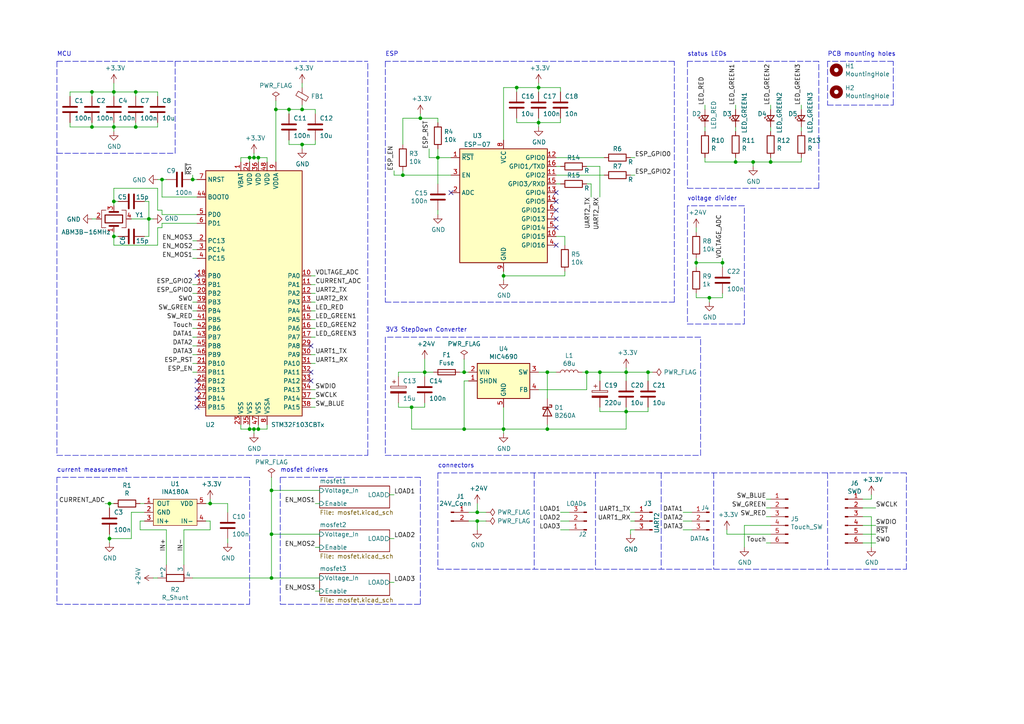
<source format=kicad_sch>
(kicad_sch (version 20211123) (generator eeschema)
  (paper "A4")
  (junction (at 60.96 146.05))
  (junction (at 156.21 25.4))
  (junction (at 55.88 52.07))
  (junction (at 173.99 107.95))
  (junction (at 138.43 151.13))
  (junction (at 73.66 45.72))
  (junction (at 218.44 46.99))
  (junction (at 74.93 124.46))
  (junction (at 138.43 148.59))
  (junction (at 46.99 52.07))
  (junction (at 33.02 26.67))
  (junction (at 78.74 167.64))
  (junction (at 74.93 45.72))
  (junction (at 116.84 50.8))
  (junction (at 80.01 31.75))
  (junction (at 123.19 107.95))
  (junction (at 72.39 45.72))
  (junction (at 181.61 119.38))
  (junction (at 170.18 107.95))
  (junction (at 158.75 124.46))
  (junction (at 26.67 26.67))
  (junction (at 39.37 36.83))
  (junction (at 201.93 76.2))
  (junction (at 119.38 118.11))
  (junction (at 156.21 35.56))
  (junction (at 209.55 76.2))
  (junction (at 213.36 46.99))
  (junction (at 43.18 63.5))
  (junction (at 26.67 36.83))
  (junction (at 223.52 46.99))
  (junction (at 121.92 34.29))
  (junction (at 73.66 124.46))
  (junction (at 146.05 80.01))
  (junction (at 39.37 26.67))
  (junction (at 134.62 107.95))
  (junction (at 78.74 154.94))
  (junction (at 205.74 86.36))
  (junction (at 87.63 41.91))
  (junction (at 149.86 25.4))
  (junction (at 33.02 68.58))
  (junction (at 158.75 107.95))
  (junction (at 83.82 31.75))
  (junction (at 87.63 31.75))
  (junction (at 127 45.72))
  (junction (at 33.02 36.83))
  (junction (at 181.61 107.95))
  (junction (at 187.96 107.95))
  (junction (at 146.05 124.46))
  (junction (at 72.39 124.46))
  (junction (at 31.75 146.05))
  (junction (at 78.74 142.24))
  (junction (at 134.62 124.46))
  (junction (at 33.02 58.42))
  (junction (at 31.75 156.21))
  (no_connect (at 161.29 63.5))
  (no_connect (at 57.15 115.57))
  (no_connect (at 57.15 80.01))
  (no_connect (at 90.17 107.95))
  (no_connect (at 90.17 100.33))
  (no_connect (at 161.29 58.42))
  (no_connect (at 57.15 110.49))
  (no_connect (at 130.81 55.88))
  (no_connect (at 57.15 118.11))
  (no_connect (at 57.15 113.03))
  (no_connect (at 161.29 71.12))
  (no_connect (at 90.17 110.49))
  (no_connect (at 161.29 55.88))
  (no_connect (at 161.29 60.96))
  (no_connect (at 161.29 66.04))
  (wire (pts (xy 171.45 53.34) (xy 170.18 53.34)))
  (wire (pts (xy 146.05 25.4) (xy 146.05 40.64)))
  (wire (pts (xy 114.3 49.53) (xy 114.3 50.8)))
  (wire (pts (xy 33.02 54.61) (xy 45.72 54.61)))
  (wire (pts (xy 78.74 167.64) (xy 92.71 167.64)))
  (wire (pts (xy 38.1 63.5) (xy 43.18 63.5)))
  (wire (pts (xy 57.15 105.41) (xy 55.88 105.41)))
  (wire (pts (xy 182.88 45.72) (xy 184.15 45.72)))
  (wire (pts (xy 90.17 95.25) (xy 91.44 95.25)))
  (wire (pts (xy 223.52 45.72) (xy 223.52 46.99)))
  (wire (pts (xy 135.89 110.49) (xy 134.62 110.49)))
  (wire (pts (xy 40.64 151.13) (xy 41.91 151.13)))
  (wire (pts (xy 149.86 25.4) (xy 156.21 25.4)))
  (wire (pts (xy 26.67 35.56) (xy 26.67 36.83)))
  (wire (pts (xy 55.88 85.09) (xy 57.15 85.09)))
  (wire (pts (xy 162.56 53.34) (xy 161.29 53.34)))
  (wire (pts (xy 73.66 124.46) (xy 74.93 124.46)))
  (wire (pts (xy 213.36 31.75) (xy 213.36 30.48)))
  (wire (pts (xy 91.44 33.02) (xy 91.44 31.75)))
  (wire (pts (xy 181.61 107.95) (xy 181.61 106.68)))
  (wire (pts (xy 149.86 26.67) (xy 149.86 25.4)))
  (wire (pts (xy 223.52 31.75) (xy 223.52 30.48)))
  (wire (pts (xy 162.56 148.59) (xy 165.1 148.59)))
  (wire (pts (xy 66.04 146.05) (xy 66.04 148.59)))
  (wire (pts (xy 45.72 36.83) (xy 45.72 35.56)))
  (polyline (pts (xy 111.76 17.78) (xy 111.76 87.63)))
  (wire (pts (xy 222.25 149.86) (xy 223.52 149.86)))
  (wire (pts (xy 60.96 146.05) (xy 59.69 146.05)))
  (wire (pts (xy 162.56 35.56) (xy 156.21 35.56)))
  (polyline (pts (xy 191.77 137.16) (xy 191.77 165.1)))
  (wire (pts (xy 205.74 86.36) (xy 205.74 87.63)))
  (wire (pts (xy 116.84 34.29) (xy 121.92 34.29)))
  (wire (pts (xy 121.92 34.29) (xy 121.92 33.02)))
  (wire (pts (xy 252.73 144.78) (xy 252.73 143.51)))
  (wire (pts (xy 158.75 107.95) (xy 161.29 107.95)))
  (polyline (pts (xy 240.03 30.48) (xy 259.08 30.48)))
  (wire (pts (xy 170.18 48.26) (xy 173.99 48.26)))
  (wire (pts (xy 184.15 148.59) (xy 182.88 148.59)))
  (wire (pts (xy 123.19 109.22) (xy 123.19 107.95)))
  (wire (pts (xy 83.82 40.64) (xy 83.82 41.91)))
  (wire (pts (xy 77.47 45.72) (xy 77.47 46.99)))
  (wire (pts (xy 73.66 44.45) (xy 73.66 45.72)))
  (wire (pts (xy 78.74 167.64) (xy 78.74 154.94)))
  (wire (pts (xy 55.88 50.8) (xy 55.88 52.07)))
  (wire (pts (xy 114.3 143.51) (xy 113.03 143.51)))
  (wire (pts (xy 181.61 119.38) (xy 181.61 118.11)))
  (wire (pts (xy 91.44 146.05) (xy 92.71 146.05)))
  (wire (pts (xy 123.19 118.11) (xy 123.19 116.84)))
  (wire (pts (xy 78.74 138.43) (xy 78.74 142.24)))
  (wire (pts (xy 91.44 92.71) (xy 90.17 92.71)))
  (polyline (pts (xy 199.39 54.61) (xy 237.49 54.61)))
  (wire (pts (xy 74.93 45.72) (xy 74.93 46.99)))
  (wire (pts (xy 170.18 107.95) (xy 173.99 107.95)))
  (wire (pts (xy 158.75 107.95) (xy 156.21 107.95)))
  (wire (pts (xy 45.72 52.07) (xy 46.99 52.07)))
  (polyline (pts (xy 259.08 17.78) (xy 240.03 17.78)))
  (wire (pts (xy 60.96 151.13) (xy 60.96 153.67)))
  (wire (pts (xy 92.71 158.75) (xy 91.44 158.75)))
  (polyline (pts (xy 72.39 138.43) (xy 16.51 138.43)))
  (wire (pts (xy 124.46 45.72) (xy 124.46 43.18)))
  (wire (pts (xy 213.36 36.83) (xy 213.36 38.1)))
  (polyline (pts (xy 262.89 165.1) (xy 262.89 137.16)))
  (polyline (pts (xy 16.51 17.78) (xy 16.51 132.08)))
  (wire (pts (xy 46.99 60.96) (xy 46.99 62.23)))
  (wire (pts (xy 127 35.56) (xy 127 34.29)))
  (polyline (pts (xy 111.76 87.63) (xy 195.58 87.63)))
  (wire (pts (xy 57.15 82.55) (xy 55.88 82.55)))
  (wire (pts (xy 218.44 46.99) (xy 218.44 48.26)))
  (wire (pts (xy 173.99 118.11) (xy 173.99 119.38)))
  (wire (pts (xy 33.02 59.69) (xy 33.02 58.42)))
  (wire (pts (xy 123.19 104.14) (xy 123.19 107.95)))
  (wire (pts (xy 201.93 76.2) (xy 209.55 76.2)))
  (polyline (pts (xy 207.01 137.16) (xy 207.01 165.1)))
  (wire (pts (xy 158.75 124.46) (xy 158.75 123.19)))
  (wire (pts (xy 162.56 34.29) (xy 162.56 35.56)))
  (wire (pts (xy 55.88 52.07) (xy 57.15 52.07)))
  (wire (pts (xy 156.21 26.67) (xy 156.21 25.4)))
  (polyline (pts (xy 154.94 137.16) (xy 154.94 165.1)))
  (wire (pts (xy 252.73 149.86) (xy 250.19 149.86)))
  (wire (pts (xy 184.15 151.13) (xy 182.88 151.13)))
  (polyline (pts (xy 215.9 93.98) (xy 215.9 59.69)))
  (wire (pts (xy 34.29 68.58) (xy 33.02 68.58)))
  (wire (pts (xy 48.26 153.67) (xy 40.64 153.67)))
  (wire (pts (xy 181.61 119.38) (xy 187.96 119.38)))
  (wire (pts (xy 57.15 97.79) (xy 55.88 97.79)))
  (wire (pts (xy 53.34 153.67) (xy 53.34 163.83)))
  (wire (pts (xy 87.63 31.75) (xy 83.82 31.75)))
  (wire (pts (xy 252.73 158.75) (xy 252.73 149.86)))
  (wire (pts (xy 55.88 107.95) (xy 57.15 107.95)))
  (wire (pts (xy 46.99 64.77) (xy 57.15 64.77)))
  (polyline (pts (xy 195.58 87.63) (xy 195.58 17.78)))
  (polyline (pts (xy 16.51 138.43) (xy 16.51 175.26)))
  (wire (pts (xy 45.72 167.64) (xy 44.45 167.64)))
  (wire (pts (xy 184.15 153.67) (xy 182.88 153.67)))
  (wire (pts (xy 39.37 26.67) (xy 45.72 26.67)))
  (wire (pts (xy 173.99 48.26) (xy 173.99 57.15)))
  (wire (pts (xy 232.41 31.75) (xy 232.41 30.48)))
  (wire (pts (xy 27.94 63.5) (xy 26.67 63.5)))
  (wire (pts (xy 149.86 35.56) (xy 149.86 34.29)))
  (wire (pts (xy 175.26 50.8) (xy 161.29 50.8)))
  (wire (pts (xy 55.88 167.64) (xy 78.74 167.64)))
  (polyline (pts (xy 215.9 59.69) (xy 199.39 59.69)))
  (wire (pts (xy 209.55 86.36) (xy 209.55 85.09)))
  (wire (pts (xy 55.88 69.85) (xy 57.15 69.85)))
  (wire (pts (xy 210.82 153.67) (xy 210.82 154.94)))
  (wire (pts (xy 114.3 168.91) (xy 113.03 168.91)))
  (wire (pts (xy 201.93 76.2) (xy 201.93 74.93)))
  (wire (pts (xy 116.84 50.8) (xy 116.84 49.53)))
  (wire (pts (xy 146.05 124.46) (xy 158.75 124.46)))
  (wire (pts (xy 170.18 113.03) (xy 170.18 107.95)))
  (wire (pts (xy 78.74 154.94) (xy 78.74 142.24)))
  (wire (pts (xy 138.43 148.59) (xy 138.43 146.05)))
  (wire (pts (xy 213.36 46.99) (xy 218.44 46.99)))
  (wire (pts (xy 134.62 104.14) (xy 134.62 107.95)))
  (wire (pts (xy 127 53.34) (xy 127 45.72)))
  (wire (pts (xy 162.56 48.26) (xy 161.29 48.26)))
  (wire (pts (xy 41.91 58.42) (xy 43.18 58.42)))
  (wire (pts (xy 74.93 45.72) (xy 77.47 45.72)))
  (wire (pts (xy 91.44 85.09) (xy 90.17 85.09)))
  (polyline (pts (xy 237.49 17.78) (xy 199.39 17.78)))
  (wire (pts (xy 55.88 90.17) (xy 57.15 90.17)))
  (wire (pts (xy 138.43 151.13) (xy 135.89 151.13)))
  (wire (pts (xy 33.02 68.58) (xy 33.02 71.12)))
  (wire (pts (xy 156.21 34.29) (xy 156.21 35.56)))
  (wire (pts (xy 83.82 31.75) (xy 83.82 33.02)))
  (polyline (pts (xy 81.28 175.26) (xy 121.92 175.26)))
  (polyline (pts (xy 127 137.16) (xy 127 165.1)))
  (wire (pts (xy 91.44 87.63) (xy 90.17 87.63)))
  (wire (pts (xy 20.32 26.67) (xy 26.67 26.67)))
  (wire (pts (xy 26.67 27.94) (xy 26.67 26.67)))
  (wire (pts (xy 33.02 146.05) (xy 31.75 146.05)))
  (wire (pts (xy 72.39 123.19) (xy 72.39 124.46)))
  (wire (pts (xy 130.81 50.8) (xy 116.84 50.8)))
  (wire (pts (xy 57.15 92.71) (xy 55.88 92.71)))
  (wire (pts (xy 78.74 142.24) (xy 92.71 142.24)))
  (wire (pts (xy 116.84 34.29) (xy 116.84 41.91)))
  (wire (pts (xy 91.44 41.91) (xy 91.44 40.64)))
  (wire (pts (xy 113.03 156.21) (xy 114.3 156.21)))
  (wire (pts (xy 41.91 148.59) (xy 38.1 148.59)))
  (wire (pts (xy 210.82 154.94) (xy 223.52 154.94)))
  (wire (pts (xy 72.39 45.72) (xy 73.66 45.72)))
  (wire (pts (xy 77.47 124.46) (xy 77.47 123.19)))
  (wire (pts (xy 73.66 124.46) (xy 73.66 125.73)))
  (wire (pts (xy 45.72 60.96) (xy 46.99 60.96)))
  (wire (pts (xy 232.41 46.99) (xy 232.41 45.72)))
  (wire (pts (xy 250.19 144.78) (xy 252.73 144.78)))
  (wire (pts (xy 254 157.48) (xy 250.19 157.48)))
  (polyline (pts (xy 259.08 30.48) (xy 259.08 17.78)))
  (wire (pts (xy 60.96 146.05) (xy 66.04 146.05)))
  (wire (pts (xy 57.15 95.25) (xy 55.88 95.25)))
  (wire (pts (xy 33.02 26.67) (xy 39.37 26.67)))
  (wire (pts (xy 46.99 66.04) (xy 46.99 64.77)))
  (wire (pts (xy 74.93 123.19) (xy 74.93 124.46)))
  (polyline (pts (xy 111.76 132.08) (xy 203.2 132.08)))
  (polyline (pts (xy 199.39 59.69) (xy 199.39 93.98)))
  (wire (pts (xy 223.52 46.99) (xy 232.41 46.99)))
  (wire (pts (xy 168.91 107.95) (xy 170.18 107.95)))
  (polyline (pts (xy 16.51 44.45) (xy 50.8 44.45)))
  (wire (pts (xy 127 60.96) (xy 127 62.23)))
  (wire (pts (xy 204.47 46.99) (xy 213.36 46.99)))
  (wire (pts (xy 163.83 71.12) (xy 163.83 68.58)))
  (wire (pts (xy 91.44 97.79) (xy 90.17 97.79)))
  (wire (pts (xy 20.32 27.94) (xy 20.32 26.67)))
  (polyline (pts (xy 172.72 137.16) (xy 172.72 165.1)))
  (wire (pts (xy 91.44 31.75) (xy 87.63 31.75)))
  (wire (pts (xy 43.18 68.58) (xy 41.91 68.58)))
  (wire (pts (xy 123.19 107.95) (xy 125.73 107.95)))
  (wire (pts (xy 33.02 35.56) (xy 33.02 36.83)))
  (wire (pts (xy 198.12 151.13) (xy 200.66 151.13)))
  (polyline (pts (xy 127 165.1) (xy 262.89 165.1)))
  (wire (pts (xy 33.02 58.42) (xy 34.29 58.42)))
  (wire (pts (xy 60.96 144.78) (xy 60.96 146.05)))
  (wire (pts (xy 209.55 76.2) (xy 209.55 74.93)))
  (wire (pts (xy 127 45.72) (xy 130.81 45.72)))
  (wire (pts (xy 46.99 52.07) (xy 46.99 57.15)))
  (wire (pts (xy 173.99 110.49) (xy 173.99 107.95)))
  (wire (pts (xy 138.43 153.67) (xy 138.43 151.13)))
  (wire (pts (xy 69.85 123.19) (xy 69.85 124.46)))
  (wire (pts (xy 45.72 54.61) (xy 45.72 60.96)))
  (wire (pts (xy 74.93 124.46) (xy 77.47 124.46)))
  (wire (pts (xy 162.56 153.67) (xy 165.1 153.67)))
  (wire (pts (xy 156.21 25.4) (xy 162.56 25.4)))
  (wire (pts (xy 204.47 36.83) (xy 204.47 38.1)))
  (wire (pts (xy 201.93 77.47) (xy 201.93 76.2)))
  (wire (pts (xy 87.63 43.18) (xy 87.63 41.91)))
  (polyline (pts (xy 199.39 93.98) (xy 215.9 93.98)))
  (wire (pts (xy 31.75 157.48) (xy 31.75 156.21)))
  (polyline (pts (xy 240.03 17.78) (xy 240.03 30.48)))
  (wire (pts (xy 90.17 105.41) (xy 91.44 105.41)))
  (wire (pts (xy 73.66 45.72) (xy 74.93 45.72)))
  (wire (pts (xy 127 45.72) (xy 124.46 45.72)))
  (wire (pts (xy 91.44 90.17) (xy 90.17 90.17)))
  (wire (pts (xy 134.62 107.95) (xy 135.89 107.95)))
  (polyline (pts (xy 106.68 132.08) (xy 106.68 17.78)))
  (wire (pts (xy 26.67 36.83) (xy 33.02 36.83)))
  (wire (pts (xy 140.97 151.13) (xy 138.43 151.13)))
  (wire (pts (xy 158.75 115.57) (xy 158.75 107.95)))
  (wire (pts (xy 91.44 118.11) (xy 90.17 118.11)))
  (wire (pts (xy 45.72 66.04) (xy 46.99 66.04)))
  (wire (pts (xy 213.36 45.72) (xy 213.36 46.99)))
  (polyline (pts (xy 262.89 137.16) (xy 127 137.16)))
  (wire (pts (xy 33.02 38.1) (xy 33.02 36.83)))
  (wire (pts (xy 162.56 151.13) (xy 165.1 151.13)))
  (wire (pts (xy 39.37 27.94) (xy 39.37 26.67)))
  (wire (pts (xy 138.43 148.59) (xy 140.97 148.59)))
  (polyline (pts (xy 16.51 132.08) (xy 106.68 132.08)))
  (wire (pts (xy 250.19 147.32) (xy 254 147.32)))
  (wire (pts (xy 123.19 107.95) (xy 115.57 107.95)))
  (wire (pts (xy 33.02 24.13) (xy 33.02 26.67)))
  (wire (pts (xy 232.41 36.83) (xy 232.41 38.1)))
  (polyline (pts (xy 16.51 175.26) (xy 72.39 175.26)))
  (wire (pts (xy 218.44 46.99) (xy 223.52 46.99)))
  (wire (pts (xy 146.05 118.11) (xy 146.05 124.46)))
  (wire (pts (xy 66.04 157.48) (xy 66.04 156.21)))
  (wire (pts (xy 91.44 113.03) (xy 90.17 113.03)))
  (wire (pts (xy 45.72 26.67) (xy 45.72 27.94)))
  (polyline (pts (xy 240.03 137.16) (xy 240.03 165.1)))
  (wire (pts (xy 205.74 86.36) (xy 209.55 86.36)))
  (wire (pts (xy 20.32 35.56) (xy 20.32 36.83)))
  (wire (pts (xy 182.88 153.67) (xy 182.88 154.94)))
  (wire (pts (xy 33.02 27.94) (xy 33.02 26.67)))
  (polyline (pts (xy 203.2 97.79) (xy 111.76 97.79)))
  (wire (pts (xy 163.83 78.74) (xy 163.83 80.01)))
  (polyline (pts (xy 121.92 175.26) (xy 121.92 138.43)))
  (wire (pts (xy 146.05 25.4) (xy 149.86 25.4)))
  (wire (pts (xy 156.21 25.4) (xy 156.21 24.13)))
  (wire (pts (xy 156.21 113.03) (xy 170.18 113.03)))
  (wire (pts (xy 204.47 45.72) (xy 204.47 46.99)))
  (wire (pts (xy 250.19 154.94) (xy 254 154.94)))
  (wire (pts (xy 115.57 107.95) (xy 115.57 109.22)))
  (wire (pts (xy 222.25 147.32) (xy 223.52 147.32)))
  (wire (pts (xy 92.71 154.94) (xy 78.74 154.94)))
  (wire (pts (xy 57.15 102.87) (xy 55.88 102.87)))
  (wire (pts (xy 39.37 35.56) (xy 39.37 36.83)))
  (wire (pts (xy 87.63 41.91) (xy 91.44 41.91)))
  (wire (pts (xy 114.3 50.8) (xy 116.84 50.8)))
  (wire (pts (xy 187.96 119.38) (xy 187.96 118.11)))
  (wire (pts (xy 204.47 31.75) (xy 204.47 30.48)))
  (wire (pts (xy 43.18 58.42) (xy 43.18 63.5)))
  (polyline (pts (xy 121.92 138.43) (xy 81.28 138.43)))
  (wire (pts (xy 163.83 80.01) (xy 146.05 80.01)))
  (wire (pts (xy 69.85 124.46) (xy 72.39 124.46)))
  (polyline (pts (xy 203.2 132.08) (xy 203.2 97.79)))
  (wire (pts (xy 87.63 31.75) (xy 87.63 30.48)))
  (wire (pts (xy 41.91 146.05) (xy 40.64 146.05)))
  (wire (pts (xy 115.57 118.11) (xy 119.38 118.11)))
  (wire (pts (xy 201.93 66.04) (xy 201.93 67.31)))
  (wire (pts (xy 119.38 124.46) (xy 134.62 124.46)))
  (wire (pts (xy 43.18 63.5) (xy 43.18 68.58)))
  (wire (pts (xy 134.62 124.46) (xy 146.05 124.46)))
  (wire (pts (xy 90.17 80.01) (xy 91.44 80.01)))
  (wire (pts (xy 135.89 148.59) (xy 138.43 148.59)))
  (wire (pts (xy 146.05 80.01) (xy 146.05 78.74)))
  (wire (pts (xy 119.38 118.11) (xy 123.19 118.11)))
  (wire (pts (xy 163.83 68.58) (xy 161.29 68.58)))
  (wire (pts (xy 162.56 25.4) (xy 162.56 26.67)))
  (wire (pts (xy 198.12 153.67) (xy 200.66 153.67)))
  (wire (pts (xy 173.99 119.38) (xy 181.61 119.38)))
  (wire (pts (xy 46.99 52.07) (xy 48.26 52.07)))
  (wire (pts (xy 115.57 116.84) (xy 115.57 118.11)))
  (wire (pts (xy 26.67 26.67) (xy 33.02 26.67)))
  (wire (pts (xy 72.39 124.46) (xy 73.66 124.46)))
  (wire (pts (xy 222.25 144.78) (xy 223.52 144.78)))
  (wire (pts (xy 215.9 152.4) (xy 215.9 158.75)))
  (wire (pts (xy 223.52 36.83) (xy 223.52 38.1)))
  (polyline (pts (xy 237.49 54.61) (xy 237.49 17.78)))
  (polyline (pts (xy 195.58 17.78) (xy 111.76 17.78)))
  (wire (pts (xy 33.02 36.83) (xy 39.37 36.83)))
  (polyline (pts (xy 111.76 97.79) (xy 111.76 132.08)))
  (wire (pts (xy 69.85 45.72) (xy 72.39 45.72)))
  (wire (pts (xy 46.99 57.15) (xy 57.15 57.15)))
  (wire (pts (xy 182.88 50.8) (xy 184.15 50.8)))
  (wire (pts (xy 91.44 115.57) (xy 90.17 115.57)))
  (wire (pts (xy 40.64 153.67) (xy 40.64 151.13)))
  (polyline (pts (xy 50.8 44.45) (xy 50.8 17.78)))
  (wire (pts (xy 72.39 45.72) (xy 72.39 46.99)))
  (wire (pts (xy 33.02 54.61) (xy 33.02 58.42)))
  (wire (pts (xy 57.15 100.33) (xy 55.88 100.33)))
  (wire (pts (xy 57.15 72.39) (xy 55.88 72.39)))
  (wire (pts (xy 146.05 125.73) (xy 146.05 124.46)))
  (wire (pts (xy 45.72 71.12) (xy 45.72 66.04)))
  (wire (pts (xy 26.67 36.83) (xy 20.32 36.83)))
  (wire (pts (xy 80.01 31.75) (xy 83.82 31.75)))
  (wire (pts (xy 181.61 107.95) (xy 181.61 110.49)))
  (wire (pts (xy 201.93 85.09) (xy 201.93 86.36)))
  (wire (pts (xy 69.85 46.99) (xy 69.85 45.72)))
  (wire (pts (xy 222.25 157.48) (xy 223.52 157.48)))
  (wire (pts (xy 161.29 45.72) (xy 175.26 45.72)))
  (wire (pts (xy 48.26 163.83) (xy 48.26 153.67)))
  (wire (pts (xy 121.92 34.29) (xy 127 34.29)))
  (wire (pts (xy 59.69 151.13) (xy 60.96 151.13)))
  (wire (pts (xy 46.99 62.23) (xy 57.15 62.23)))
  (wire (pts (xy 80.01 31.75) (xy 80.01 46.99)))
  (polyline (pts (xy 81.28 138.43) (xy 81.28 175.26)))
  (wire (pts (xy 171.45 57.15) (xy 171.45 53.34)))
  (wire (pts (xy 134.62 110.49) (xy 134.62 124.46)))
  (wire (pts (xy 209.55 76.2) (xy 209.55 77.47)))
  (polyline (pts (xy 72.39 175.26) (xy 72.39 138.43)))
  (wire (pts (xy 119.38 118.11) (xy 119.38 124.46)))
  (wire (pts (xy 55.88 74.93) (xy 57.15 74.93)))
  (wire (pts (xy 38.1 148.59) (xy 38.1 156.21)))
  (wire (pts (xy 55.88 87.63) (xy 57.15 87.63)))
  (wire (pts (xy 201.93 86.36) (xy 205.74 86.36)))
  (wire (pts (xy 181.61 119.38) (xy 181.61 124.46)))
  (wire (pts (xy 60.96 153.67) (xy 53.34 153.67)))
  (wire (pts (xy 181.61 107.95) (xy 187.96 107.95)))
  (wire (pts (xy 33.02 68.58) (xy 33.02 67.31)))
  (wire (pts (xy 31.75 156.21) (xy 31.75 154.94)))
  (wire (pts (xy 173.99 107.95) (xy 181.61 107.95)))
  (wire (pts (xy 91.44 102.87) (xy 90.17 102.87)))
  (wire (pts (xy 83.82 41.91) (xy 87.63 41.91)))
  (wire (pts (xy 80.01 29.21) (xy 80.01 31.75)))
  (polyline (pts (xy 16.51 17.78) (xy 106.68 17.78)))
  (wire (pts (xy 215.9 152.4) (xy 223.52 152.4)))
  (polyline (pts (xy 199.39 17.78) (xy 199.39 54.61)))
  (wire (pts (xy 189.23 107.95) (xy 187.96 107.95)))
  (wire (pts (xy 254 152.4) (xy 250.19 152.4)))
  (wire (pts (xy 133.35 107.95) (xy 134.62 107.95)))
  (wire (pts (xy 33.02 71.12) (xy 45.72 71.12)))
  (wire (pts (xy 146.05 81.28) (xy 146.05 80.01)))
  (wire (pts (xy 31.75 146.05) (xy 31.75 147.32)))
  (wire (pts (xy 198.12 148.59) (xy 200.66 148.59)))
  (wire (pts (xy 87.63 25.4) (xy 87.63 24.13)))
  (wire (pts (xy 39.37 36.83) (xy 45.72 36.83)))
  (wire (pts (xy 181.61 124.46) (xy 158.75 124.46)))
  (wire (pts (xy 91.44 82.55) (xy 90.17 82.55)))
  (wire (pts (xy 31.75 146.05) (xy 30.48 146.05)))
  (wire (pts (xy 127 45.72) (xy 127 43.18)))
  (wire (pts (xy 156.21 35.56) (xy 149.86 35.56)))
  (wire (pts (xy 156.21 35.56) (xy 156.21 36.83)))
  (wire (pts (xy 31.75 156.21) (xy 38.1 156.21)))
  (wire (pts (xy 91.44 171.45) (xy 92.71 171.45)))
  (wire (pts (xy 43.18 63.5) (xy 44.45 63.5)))
  (wire (pts (xy 187.96 110.49) (xy 187.96 107.95)))
  (text "mosfet drivers" (at 81.28 137.16 0) (effects (font (size 1.27 1.27)) (justify left bottom)))
  (text "ESP" (at 111.76 16.51 0) (effects (font (size 1.27 1.27)) (justify left bottom)))
  (text "PCB mounting holes" (at 240.03 16.51 0) (effects (font (size 1.27 1.27)) (justify left bottom)))
  (text "3V3 StepDown Converter" (at 111.76 96.52 0) (effects (font (size 1.27 1.27)) (justify left bottom)))
  (text "status LEDs" (at 199.39 16.51 0) (effects (font (size 1.27 1.27)) (justify left bottom)))
  (text "current measurement" (at 16.51 137.16 0) (effects (font (size 1.27 1.27)) (justify left bottom)))
  (text "connectors" (at 127 135.89 0) (effects (font (size 1.27 1.27)) (justify left bottom)))
  (text "voltage divider" (at 199.39 58.42 0) (effects (font (size 1.27 1.27)) (justify left bottom)))
  (text "MCU" (at 16.51 16.51 0) (effects (font (size 1.27 1.27)) (justify left bottom)))
  (label "UART2_RX" (at 173.99 57.15 270))
  (label "SW_RED" (at 222.25 149.86 180))
  (label "SWDIO" (at 91.44 113.03 0))
  (label "UART1_RX" (at 91.44 105.41 0))
  (label "LED_GREEN2" (at 91.44 95.25 0))
  (label "SW_BLUE" (at 222.25 144.78 180))
  (label "SW_GREEN" (at 55.88 90.17 180))
  (label "ESP_RST" (at 124.46 43.18 90))
  (label "ESP_GPIO0" (at 184.15 45.72 0))
  (label "LED_GREEN1" (at 213.36 30.48 90))
  (label "LOAD3" (at 114.3 168.91 0))
  (label "EN_MOS1" (at 91.44 146.05 180))
  (label "SW_RED" (at 55.88 92.71 180))
  (label "ESP_RST" (at 55.88 105.41 180))
  (label "Touch" (at 55.88 95.25 180))
  (label "IN+" (at 48.26 156.21 270))
  (label "LOAD1" (at 162.56 148.59 180))
  (label "~{RST}" (at 254 154.94 0))
  (label "LOAD1" (at 114.3 143.51 0))
  (label "DATA3" (at 55.88 102.87 180))
  (label "ESP_EN" (at 114.3 49.53 90))
  (label "CURRENT_ADC" (at 30.48 146.05 180))
  (label "VOLTAGE_ADC" (at 91.44 80.01 0))
  (label "EN_MOS3" (at 91.44 171.45 180))
  (label "UART2_TX" (at 171.45 57.15 270))
  (label "UART1_RX" (at 182.88 151.13 180))
  (label "ESP_GPIO2" (at 184.15 50.8 0))
  (label "UART1_TX" (at 182.88 148.59 180))
  (label "ESP_GPIO0" (at 55.88 85.09 180))
  (label "DATA1" (at 55.88 97.79 180))
  (label "SWO" (at 254 157.48 0))
  (label "~{RST}" (at 55.88 50.8 90))
  (label "LED_GREEN3" (at 91.44 97.79 0))
  (label "CURRENT_ADC" (at 91.44 82.55 0))
  (label "SW_BLUE" (at 91.44 118.11 0))
  (label "UART2_TX" (at 91.44 85.09 0))
  (label "LOAD3" (at 162.56 153.67 180))
  (label "SWCLK" (at 254 147.32 0))
  (label "SW_GREEN" (at 222.25 147.32 180))
  (label "DATA3" (at 198.12 153.67 180))
  (label "SWO" (at 55.88 87.63 180))
  (label "Touch" (at 222.25 157.48 180))
  (label "LED_RED" (at 91.44 90.17 0))
  (label "UART2_RX" (at 91.44 87.63 0))
  (label "VOLTAGE_ADC" (at 209.55 74.93 90))
  (label "EN_MOS1" (at 55.88 74.93 180))
  (label "DATA2" (at 198.12 151.13 180))
  (label "ESP_GPIO2" (at 55.88 82.55 180))
  (label "LOAD2" (at 162.56 151.13 180))
  (label "EN_MOS3" (at 55.88 69.85 180))
  (label "LED_GREEN3" (at 232.41 30.48 90))
  (label "ESP_EN" (at 55.88 107.95 180))
  (label "DATA2" (at 55.88 100.33 180))
  (label "LOAD2" (at 114.3 156.21 0))
  (label "EN_MOS2" (at 91.44 158.75 180))
  (label "IN-" (at 53.34 156.21 270))
  (label "LED_RED" (at 204.47 30.48 90))
  (label "EN_MOS2" (at 55.88 72.39 180))
  (label "DATA1" (at 198.12 148.59 180))
  (label "LED_GREEN2" (at 223.52 30.48 90))
  (label "LED_GREEN1" (at 91.44 92.71 0))
  (label "SWDIO" (at 254 152.4 0))
  (label "SWCLK" (at 91.44 115.57 0))
  (label "UART1_TX" (at 91.44 102.87 0))
  (symbol (lib_id "MCU_ST_STM32F1:STM32F103CBTx") (at 74.93 85.09 0) (unit 1)
    (property "Reference" "U2" (at 60.96 123.19 0))
    (property "Value" "STM32F103CBTx" (at 86.36 123.19 0))
    (property "Footprint" "Package_QFP:LQFP-48_7x7mm_P0.5mm" (effects hide))
    (property "Datasheet" "http://www.st.com/st-web-ui/static/active/en/resource/technical/document/datasheet/CD00161566.pdf" (effects hide))
  )
  (symbol (lib_id "Device:C") (at 20.32 31.75 0) (unit 1)
    (property "Reference" "C1" (at 21.59 29.21 0) (effects (justify left)))
    (property "Value" "100n" (at 21.59 34.29 0) (effects (justify left)))
    (property "Footprint" "Capacitor_SMD:C_0603_1608Metric_Pad1.05x0.95mm_HandSolder" (effects hide))
  )
  (symbol (lib_id "Device:C") (at 26.67 31.75 0) (unit 1)
    (property "Reference" "C2" (at 27.94 29.21 0) (effects (justify left)))
    (property "Value" "100n" (at 27.94 34.29 0) (effects (justify left)))
    (property "Footprint" "Capacitor_SMD:C_0603_1608Metric_Pad1.05x0.95mm_HandSolder" (effects hide))
  )
  (symbol (lib_id "Device:C") (at 33.02 31.75 0) (unit 1)
    (property "Reference" "C4" (at 34.29 29.21 0) (effects (justify left)))
    (property "Value" "100n" (at 34.29 34.29 0) (effects (justify left)))
    (property "Footprint" "Capacitor_SMD:C_0603_1608Metric_Pad1.05x0.95mm_HandSolder" (effects hide))
  )
  (symbol (lib_id "Device:C") (at 39.37 31.75 0) (unit 1)
    (property "Reference" "C7" (at 40.64 29.21 0) (effects (justify left)))
    (property "Value" "100n" (at 40.64 34.29 0) (effects (justify left)))
    (property "Footprint" "Capacitor_SMD:C_0603_1608Metric_Pad1.05x0.95mm_HandSolder" (effects hide))
  )
  (symbol (lib_id "Device:C") (at 45.72 31.75 0) (unit 1)
    (property "Reference" "C8" (at 46.99 29.21 0) (effects (justify left)))
    (property "Value" "10u" (at 46.99 34.29 0) (effects (justify left)))
    (property "Footprint" "Capacitor_SMD:C_0805_2012Metric_Pad1.15x1.40mm_HandSolder" (effects hide))
  )
  (symbol (lib_id "power:+3.3V") (at 33.02 24.13 0) (unit 1)
    (property "Reference" "#PWR03" (effects hide))
    (property "Value" "+3.3V" (at 33.401 19.7358 0))
  )
  (symbol (lib_id "Device:FerriteBead_Small") (at 87.63 27.94 0) (unit 1)
    (property "Reference" "FB1" (at 90.17 27.94 0) (effects (justify left)))
    (property "Value" "Ferrite_Bead_Small" (effects hide))
    (property "Footprint" "Inductor_SMD:L_0805_2012Metric_Pad1.15x1.40mm_HandSolder" (effects hide))
  )
  (symbol (lib_id "Device:C") (at 83.82 36.83 0) (unit 1)
    (property "Reference" "C11" (at 85.09 34.29 0) (effects (justify left)))
    (property "Value" "100n" (at 85.09 39.37 0) (effects (justify left)))
    (property "Footprint" "Capacitor_SMD:C_0603_1608Metric_Pad1.05x0.95mm_HandSolder" (effects hide))
  )
  (symbol (lib_id "Device:C") (at 91.44 36.83 0) (unit 1)
    (property "Reference" "C12" (at 92.71 34.29 0) (effects (justify left)))
    (property "Value" "10u" (at 92.71 39.37 0) (effects (justify left)))
    (property "Footprint" "Capacitor_SMD:C_0805_2012Metric_Pad1.15x1.40mm_HandSolder" (effects hide))
  )
  (symbol (lib_id "power:+3.3V") (at 87.63 24.13 0) (unit 1)
    (property "Reference" "#PWR012" (effects hide))
    (property "Value" "+3.3V" (at 88.011 19.7358 0))
  )
  (symbol (lib_id "Device:C") (at 52.07 52.07 270) (unit 1)
    (property "Reference" "C9" (at 48.26 49.53 90) (effects (justify left)))
    (property "Value" "100n" (at 50.8 55.88 90) (effects (justify left)))
    (property "Footprint" "Capacitor_SMD:C_0603_1608Metric_Pad1.05x0.95mm_HandSolder" (effects hide))
  )
  (symbol (lib_id "power:GND") (at 45.72 52.07 270) (unit 1)
    (property "Reference" "#PWR07" (effects hide))
    (property "Value" "GND" (at 42.4688 52.197 90) (effects (justify right)))
  )
  (symbol (lib_id "Device:Crystal_GND24") (at 33.02 63.5 90) (unit 1)
    (property "Reference" "Y1" (at 39.2176 62.3316 90) (effects (justify right)))
    (property "Value" "ABM3B-16MHz" (at 17.78 67.31 90) (effects (justify right)))
    (property "Footprint" "Crystal:Crystal_SMD_Abracon_ABM3B-4Pin_5.0x3.2mm" (effects hide))
  )
  (symbol (lib_id "Device:C") (at 38.1 58.42 90) (unit 1)
    (property "Reference" "C5" (at 36.83 57.15 90) (effects (justify left)))
    (property "Value" "15p" (at 43.18 57.15 90) (effects (justify left)))
    (property "Footprint" "Capacitor_SMD:C_0402_1005Metric" (effects hide))
  )
  (symbol (lib_id "Device:C") (at 38.1 68.58 90) (unit 1)
    (property "Reference" "C6" (at 35.56 71.12 0) (effects (justify left)))
    (property "Value" "15p" (at 43.18 69.85 90) (effects (justify left)))
    (property "Footprint" "Capacitor_SMD:C_0402_1005Metric" (effects hide))
  )
  (symbol (lib_id "power:GND") (at 44.45 63.5 90) (unit 1)
    (property "Reference" "#PWR05" (effects hide))
    (property "Value" "GND" (at 47.7012 63.373 90) (effects (justify right)))
  )
  (symbol (lib_id "power:GND") (at 26.67 63.5 270) (unit 1)
    (property "Reference" "#PWR01" (effects hide))
    (property "Value" "GND" (at 23.4188 63.627 90) (effects (justify right)))
  )
  (symbol (lib_id "Regulator_Switching:MIC4690") (at 146.05 110.49 0) (unit 1)
    (property "Reference" "U4" (at 146.05 101.1682 0))
    (property "Value" "MIC4690" (at 146.05 103.4796 0))
    (property "Footprint" "Package_SO:SOIC-8_3.9x4.9mm_P1.27mm" (effects hide))
    (property "Datasheet" "http://ww1.microchip.com/downloads/en/DeviceDoc/mic4690.pdf" (effects hide))
  )
  (symbol (lib_id "Device:L") (at 165.1 107.95 90) (unit 1)
    (property "Reference" "L1" (at 165.1 103.124 90))
    (property "Value" "68u" (at 165.1 105.4354 90))
    (property "Footprint" "Inductor_SMD:L_Taiyo-Yuden_NR-60xx" (effects hide))
  )
  (symbol (lib_id "Device:D_Schottky") (at 158.75 119.38 270) (unit 1)
    (property "Reference" "D1" (at 160.782 118.2116 90) (effects (justify left)))
    (property "Value" "B260A" (at 160.782 120.523 90) (effects (justify left)))
    (property "Footprint" "Diode_SMD:D_SMB" (effects hide))
  )
  (symbol (lib_id "power:GND") (at 73.66 125.73 0) (unit 1)
    (property "Reference" "#PWR011" (effects hide))
    (property "Value" "GND" (at 73.787 130.1242 0))
  )
  (symbol (lib_id "RF_Module:ESP-07") (at 146.05 60.96 0) (unit 1)
    (property "Reference" "U3" (at 138.43 39.37 0))
    (property "Value" "ESP-07" (at 138.43 41.91 0))
    (property "Footprint" "RF_Module:ESP-07" (effects hide))
    (property "Datasheet" "http://wiki.ai-thinker.com/_media/esp8266/esp8266_series_modules_user_manual_v1.1.pdf" (effects hide))
  )
  (symbol (lib_id "Device:C_Polarized") (at 173.99 114.3 0) (unit 1)
    (property "Reference" "C19" (at 175.26 111.76 0) (effects (justify left)))
    (property "Value" "220u" (at 175.26 116.84 0) (effects (justify left)))
    (property "Footprint" "Capacitor_THT:CP_Radial_D6.3mm_P2.50mm" (effects hide))
  )
  (symbol (lib_id "Device:C") (at 181.61 114.3 0) (unit 1)
    (property "Reference" "C20" (at 182.88 111.76 0) (effects (justify left)))
    (property "Value" "10u" (at 182.88 116.84 0) (effects (justify left)))
    (property "Footprint" "Capacitor_SMD:C_0805_2012Metric_Pad1.15x1.40mm_HandSolder" (effects hide))
  )
  (symbol (lib_id "Device:R") (at 127 39.37 0) (unit 1)
    (property "Reference" "R4" (at 128.778 38.2016 0) (effects (justify left)))
    (property "Value" "10k" (at 128.778 40.513 0) (effects (justify left)))
    (property "Footprint" "Resistor_SMD:R_0603_1608Metric_Pad1.05x0.95mm_HandSolder" (effects hide))
  )
  (symbol (lib_id "Device:C") (at 187.96 114.3 0) (unit 1)
    (property "Reference" "C21" (at 189.23 111.76 0) (effects (justify left)))
    (property "Value" "10u" (at 189.23 116.84 0) (effects (justify left)))
    (property "Footprint" "Capacitor_SMD:C_0805_2012Metric_Pad1.15x1.40mm_HandSolder" (effects hide))
  )
  (symbol (lib_id "extra_symbols:INA180A") (at 50.8 147.32 0) (unit 1)
    (property "Reference" "U1" (at 50.8 140.335 0))
    (property "Value" "INA180A" (at 50.8 142.6464 0))
    (property "Footprint" "Package_TO_SOT_SMD:SOT-23-5" (effects hide))
    (property "Datasheet" "https://www.ti.com/lit/ds/symlink/ina180.pdf" (effects hide))
  )
  (symbol (lib_id "power:GND") (at 33.02 38.1 0) (unit 1)
    (property "Reference" "#PWR04" (effects hide))
    (property "Value" "GND" (at 33.147 42.4942 0))
  )
  (symbol (lib_id "power:GND") (at 87.63 43.18 0) (unit 1)
    (property "Reference" "#PWR013" (effects hide))
    (property "Value" "GND" (at 87.757 47.5742 0))
  )
  (symbol (lib_id "Device:C") (at 149.86 30.48 0) (unit 1)
    (property "Reference" "C16" (at 151.13 27.94 0) (effects (justify left)))
    (property "Value" "10u" (at 151.13 33.02 0) (effects (justify left)))
    (property "Footprint" "Capacitor_SMD:C_0805_2012Metric_Pad1.15x1.40mm_HandSolder" (effects hide))
  )
  (symbol (lib_id "Device:C") (at 156.21 30.48 0) (unit 1)
    (property "Reference" "C17" (at 157.48 27.94 0) (effects (justify left)))
    (property "Value" "100n" (at 157.48 33.02 0) (effects (justify left)))
    (property "Footprint" "Capacitor_SMD:C_0603_1608Metric_Pad1.05x0.95mm_HandSolder" (effects hide))
  )
  (symbol (lib_id "Device:C") (at 162.56 30.48 0) (unit 1)
    (property "Reference" "C18" (at 163.83 27.94 0) (effects (justify left)))
    (property "Value" "10n" (at 163.83 33.02 0) (effects (justify left)))
    (property "Footprint" "Capacitor_SMD:C_0603_1608Metric_Pad1.05x0.95mm_HandSolder" (effects hide))
  )
  (symbol (lib_id "power:GND") (at 146.05 125.73 0) (unit 1)
    (property "Reference" "#PWR020" (effects hide))
    (property "Value" "GND" (at 146.177 130.1242 0))
  )
  (symbol (lib_id "power:+3.3V") (at 181.61 106.68 0) (unit 1)
    (property "Reference" "#PWR023" (effects hide))
    (property "Value" "+3.3V" (at 181.991 102.2858 0))
  )
  (symbol (lib_id "power:+3.3V") (at 60.96 144.78 0) (unit 1)
    (property "Reference" "#PWR08" (effects hide))
    (property "Value" "+3.3V" (at 61.341 140.3858 0))
  )
  (symbol (lib_id "power:GND") (at 156.21 36.83 0) (unit 1)
    (property "Reference" "#PWR022" (effects hide))
    (property "Value" "GND" (at 156.337 41.2242 0))
  )
  (symbol (lib_id "power:PWR_FLAG") (at 189.23 107.95 270) (unit 1)
    (property "Reference" "#FLG05" (effects hide))
    (property "Value" "PWR_FLAG" (at 192.4812 107.95 90) (effects (justify left)))
  )
  (symbol (lib_id "Connector:Conn_01x03_Male") (at 170.18 151.13 180) (unit 1)
    (property "Reference" "J2" (at 170.18 154.94 0) (effects (justify left)))
    (property "Value" "LOADs" (at 170.18 146.05 0) (effects (justify left)))
    (property "Footprint" "extraFootprints:DG306-5.0-03" (effects hide))
  )
  (symbol (lib_id "Device:C") (at 66.04 152.4 180) (unit 1)
    (property "Reference" "C10" (at 67.31 149.86 0) (effects (justify right)))
    (property "Value" "100n" (at 67.31 154.94 0) (effects (justify right)))
    (property "Footprint" "Capacitor_SMD:C_0603_1608Metric_Pad1.05x0.95mm_HandSolder" (effects hide))
  )
  (symbol (lib_id "Device:Fuse") (at 129.54 107.95 270) (unit 1)
    (property "Reference" "F1" (at 129.54 102.9462 90))
    (property "Value" "Fuse" (at 129.54 105.2576 90))
    (property "Footprint" "Fuse:Fuse_0603_1608Metric_Pad1.05x0.95mm_HandSolder" (effects hide))
  )
  (symbol (lib_id "power:+3.3V") (at 156.21 24.13 0) (unit 1)
    (property "Reference" "#PWR021" (effects hide))
    (property "Value" "+3.3V" (at 156.591 19.7358 0))
  )
  (symbol (lib_id "Device:C_Polarized") (at 115.57 113.03 0) (unit 1)
    (property "Reference" "C13" (at 116.84 110.49 0) (effects (justify left)))
    (property "Value" "15u" (at 116.84 115.57 0) (effects (justify left)))
    (property "Footprint" "Capacitor_THT:CP_Radial_D5.0mm_P2.50mm" (effects hide))
  )
  (symbol (lib_id "Device:C") (at 123.19 113.03 0) (unit 1)
    (property "Reference" "C14" (at 124.46 110.49 0) (effects (justify left)))
    (property "Value" "100n" (at 124.46 115.57 0) (effects (justify left)))
    (property "Footprint" "Capacitor_SMD:C_0603_1608Metric_Pad1.05x0.95mm_HandSolder" (effects hide))
  )
  (symbol (lib_id "power:GND") (at 66.04 157.48 0) (unit 1)
    (property "Reference" "#PWR09" (effects hide))
    (property "Value" "GND" (at 66.167 161.8742 0))
  )
  (symbol (lib_id "power:+24V") (at 44.45 167.64 90) (unit 1)
    (property "Reference" "#PWR06" (effects hide))
    (property "Value" "+24V" (at 40.0558 167.259 0))
  )
  (symbol (lib_id "Device:R_Shunt") (at 50.8 167.64 90) (unit 1)
    (property "Reference" "R2" (at 50.8 171.0182 90))
    (property "Value" "R_Shunt" (at 50.8 173.3296 90))
    (property "Footprint" "extraFootprints:R_2512_6332Metric_KelvinShunt" (effects hide))
  )
  (symbol (lib_id "Device:R") (at 116.84 45.72 0) (unit 1)
    (property "Reference" "R3" (at 118.618 44.5516 0) (effects (justify left)))
    (property "Value" "10k" (at 118.618 46.863 0) (effects (justify left)))
    (property "Footprint" "Resistor_SMD:R_0603_1608Metric_Pad1.05x0.95mm_HandSolder" (effects hide))
  )
  (symbol (lib_id "power:+3.3V") (at 121.92 33.02 0) (unit 1)
    (property "Reference" "#PWR014" (effects hide))
    (property "Value" "+3.3V" (at 122.301 28.6258 0))
  )
  (symbol (lib_id "Device:C") (at 127 57.15 0) (mirror x) (unit 1)
    (property "Reference" "C15" (at 124.1044 55.9816 0) (effects (justify right)))
    (property "Value" "100n" (at 124.1044 58.293 0) (effects (justify right)))
    (property "Footprint" "Capacitor_SMD:C_0603_1608Metric_Pad1.05x0.95mm_HandSolder" (effects hide))
  )
  (symbol (lib_id "power:GND") (at 127 62.23 0) (unit 1)
    (property "Reference" "#PWR016" (effects hide))
    (property "Value" "GND" (at 127.127 66.6242 0))
  )
  (symbol (lib_id "power:GND") (at 146.05 81.28 0) (unit 1)
    (property "Reference" "#PWR019" (effects hide))
    (property "Value" "GND" (at 146.177 85.6742 0))
  )
  (symbol (lib_id "Device:R") (at 163.83 74.93 0) (unit 1)
    (property "Reference" "R5" (at 165.608 73.7616 0) (effects (justify left)))
    (property "Value" "10k" (at 165.608 76.073 0) (effects (justify left)))
    (property "Footprint" "Resistor_SMD:R_0603_1608Metric_Pad1.05x0.95mm_HandSolder" (effects hide))
  )
  (symbol (lib_id "Connector:Conn_01x03_Male") (at 205.74 151.13 0) (mirror y) (unit 1)
    (property "Reference" "J4" (at 205.74 147.32 0) (effects (justify left)))
    (property "Value" "DATAs" (at 205.74 156.21 0) (effects (justify left)))
    (property "Footprint" "Connector_Molex:Molex_PicoBlade_53047-0310_1x03_P1.25mm_Vertical" (effects hide))
  )
  (symbol (lib_id "power:+24V") (at 123.19 104.14 0) (unit 1)
    (property "Reference" "#PWR015" (effects hide))
    (property "Value" "+24V" (at 123.571 99.7458 0))
  )
  (symbol (lib_id "power:GND") (at 215.9 158.75 0) (unit 1)
    (property "Reference" "#PWR028" (effects hide))
    (property "Value" "GND" (at 216.027 163.1442 0))
  )
  (symbol (lib_id "Connector:Conn_01x02_Male") (at 130.81 148.59 0) (unit 1)
    (property "Reference" "J1" (at 133.5532 143.9926 0))
    (property "Value" "24V_Conn" (at 132.08 146.05 0))
    (property "Footprint" "extraFootprints:DG306-5.0-02" (effects hide))
  )
  (symbol (lib_id "power:+24V") (at 138.43 146.05 0) (unit 1)
    (property "Reference" "#PWR017" (effects hide))
    (property "Value" "+24V" (at 138.811 141.6558 0))
  )
  (symbol (lib_id "power:PWR_FLAG") (at 140.97 148.59 270) (unit 1)
    (property "Reference" "#FLG03" (effects hide))
    (property "Value" "PWR_FLAG" (at 144.2212 148.59 90) (effects (justify left)))
  )
  (symbol (lib_id "Device:R") (at 179.07 45.72 270) (unit 1)
    (property "Reference" "R6" (at 179.07 43.18 90))
    (property "Value" "R" (at 182.88 46.99 90))
    (property "Footprint" "Resistor_SMD:R_0603_1608Metric_Pad1.05x0.95mm_HandSolder" (effects hide))
  )
  (symbol (lib_id "Device:R") (at 179.07 50.8 270) (unit 1)
    (property "Reference" "R7" (at 179.07 48.26 90))
    (property "Value" "R" (at 182.88 52.07 90))
    (property "Footprint" "Resistor_SMD:R_0603_1608Metric_Pad1.05x0.95mm_HandSolder" (effects hide))
  )
  (symbol (lib_id "power:GND") (at 138.43 153.67 0) (unit 1)
    (property "Reference" "#PWR018" (effects hide))
    (property "Value" "GND" (at 138.557 158.0642 0))
  )
  (symbol (lib_id "Device:R") (at 36.83 146.05 270) (unit 1)
    (property "Reference" "R1" (at 36.83 140.7922 90))
    (property "Value" "R" (at 36.83 143.1036 90))
    (property "Footprint" "Resistor_SMD:R_0603_1608Metric_Pad1.05x0.95mm_HandSolder" (effects hide))
  )
  (symbol (lib_id "Device:C") (at 31.75 151.13 180) (unit 1)
    (property "Reference" "C3" (at 33.02 148.59 0) (effects (justify right)))
    (property "Value" "100n" (at 33.02 153.67 0) (effects (justify right)))
    (property "Footprint" "Capacitor_SMD:C_0603_1608Metric_Pad1.05x0.95mm_HandSolder" (effects hide))
  )
  (symbol (lib_id "power:GND") (at 31.75 157.48 0) (unit 1)
    (property "Reference" "#PWR02" (effects hide))
    (property "Value" "GND" (at 31.877 161.8742 0))
  )
  (symbol (lib_id "power:+3.3V") (at 73.66 44.45 0) (unit 1)
    (property "Reference" "#PWR010" (effects hide))
    (property "Value" "+3.3V" (at 74.041 40.0558 0))
  )
  (symbol (lib_id "Device:LED_Small") (at 204.47 34.29 90) (unit 1)
    (property "Reference" "D2" (at 200.66 33.02 90) (effects (justify right)))
    (property "Value" "LED_RED" (at 207.01 29.21 0) (effects (justify right)))
    (property "Footprint" "LED_SMD:LED_0805_2012Metric_Pad1.15x1.40mm_HandSolder" (effects hide))
  )
  (symbol (lib_id "Device:R") (at 204.47 41.91 0) (unit 1)
    (property "Reference" "R10" (at 206.248 40.7416 0) (effects (justify left)))
    (property "Value" "R" (at 206.248 43.053 0) (effects (justify left)))
    (property "Footprint" "Resistor_SMD:R_0603_1608Metric_Pad1.05x0.95mm_HandSolder" (effects hide))
  )
  (symbol (lib_id "Device:R") (at 232.41 41.91 0) (unit 1)
    (property "Reference" "R13" (at 234.188 40.7416 0) (effects (justify left)))
    (property "Value" "R" (at 234.188 43.053 0) (effects (justify left)))
    (property "Footprint" "Resistor_SMD:R_0603_1608Metric_Pad1.05x0.95mm_HandSolder" (effects hide))
  )
  (symbol (lib_id "power:PWR_FLAG") (at 78.74 138.43 0) (unit 1)
    (property "Reference" "#FLG0101" (effects hide))
    (property "Value" "PWR_FLAG" (at 78.74 134.0358 0))
  )
  (symbol (lib_id "Mechanical:MountingHole") (at 242.57 20.32 0) (unit 1)
    (property "Reference" "H1" (at 245.11 19.1516 0) (effects (justify left)))
    (property "Value" "MountingHole" (at 245.11 21.463 0) (effects (justify left)))
    (property "Footprint" "MountingHole:MountingHole_3.2mm_M3_ISO14580" (effects hide))
  )
  (symbol (lib_id "Mechanical:MountingHole") (at 242.57 26.67 0) (unit 1)
    (property "Reference" "H2" (at 245.11 25.5016 0) (effects (justify left)))
    (property "Value" "MountingHole" (at 245.11 27.813 0) (effects (justify left)))
    (property "Footprint" "MountingHole:MountingHole_3.2mm_M3_ISO14580" (effects hide))
  )
  (symbol (lib_id "power:GND") (at 218.44 48.26 0) (unit 1)
    (property "Reference" "#PWR029" (effects hide))
    (property "Value" "GND" (at 218.567 52.6542 0))
  )
  (symbol (lib_id "Device:LED_Small") (at 232.41 34.29 90) (unit 1)
    (property "Reference" "D5" (at 228.6 33.02 90) (effects (justify right)))
    (property "Value" "LED_GREEN3" (at 234.95 26.67 0) (effects (justify right)))
    (property "Footprint" "LED_SMD:LED_0805_2012Metric_Pad1.15x1.40mm_HandSolder" (effects hide))
  )
  (symbol (lib_id "Connector:Conn_01x06_Male") (at 245.11 149.86 0) (unit 1)
    (property "Reference" "J6" (at 247.8532 140.1826 0))
    (property "Value" "SWD" (at 247.8532 142.494 0))
    (property "Footprint" "Connector_PinHeader_2.54mm:PinHeader_1x06_P2.54mm_Vertical" (effects hide))
  )
  (symbol (lib_id "Device:R") (at 166.37 53.34 270) (unit 1)
    (property "Reference" "R15" (at 166.37 50.8 90))
    (property "Value" "R" (at 170.18 54.61 90))
    (property "Footprint" "Resistor_SMD:R_0603_1608Metric_Pad1.05x0.95mm_HandSolder" (effects hide))
  )
  (symbol (lib_id "Device:R") (at 166.37 48.26 270) (unit 1)
    (property "Reference" "R14" (at 166.37 45.72 90))
    (property "Value" "R" (at 170.18 49.53 90))
    (property "Footprint" "Resistor_SMD:R_0603_1608Metric_Pad1.05x0.95mm_HandSolder" (effects hide))
  )
  (symbol (lib_id "Device:R") (at 213.36 41.91 0) (unit 1)
    (property "Reference" "R11" (at 215.138 40.7416 0) (effects (justify left)))
    (property "Value" "R" (at 215.138 43.053 0) (effects (justify left)))
    (property "Footprint" "Resistor_SMD:R_0603_1608Metric_Pad1.05x0.95mm_HandSolder" (effects hide))
  )
  (symbol (lib_id "Device:LED_Small") (at 213.36 34.29 90) (unit 1)
    (property "Reference" "D3" (at 209.55 33.02 90) (effects (justify right)))
    (property "Value" "LED_GREEN1" (at 215.9 26.67 0) (effects (justify right)))
    (property "Footprint" "LED_SMD:LED_0805_2012Metric_Pad1.15x1.40mm_HandSolder" (effects hide))
  )
  (symbol (lib_id "Device:R") (at 223.52 41.91 0) (unit 1)
    (property "Reference" "R12" (at 225.298 40.7416 0) (effects (justify left)))
    (property "Value" "R" (at 225.298 43.053 0) (effects (justify left)))
    (property "Footprint" "Resistor_SMD:R_0603_1608Metric_Pad1.05x0.95mm_HandSolder" (effects hide))
  )
  (symbol (lib_id "Device:LED_Small") (at 223.52 34.29 90) (unit 1)
    (property "Reference" "D4" (at 219.71 33.02 90) (effects (justify right)))
    (property "Value" "LED_GREEN2" (at 226.06 26.67 0) (effects (justify right)))
    (property "Footprint" "LED_SMD:LED_0805_2012Metric_Pad1.15x1.40mm_HandSolder" (effects hide))
  )
  (symbol (lib_id "power:+3.3V") (at 252.73 143.51 0) (unit 1)
    (property "Reference" "#PWR030" (effects hide))
    (property "Value" "+3.3V" (at 253.111 139.1158 0))
  )
  (symbol (lib_id "power:GND") (at 252.73 158.75 0) (unit 1)
    (property "Reference" "#PWR031" (effects hide))
    (property "Value" "GND" (at 252.857 163.1442 0))
  )
  (symbol (lib_id "Device:R") (at 201.93 71.12 0) (unit 1)
    (property "Reference" "R8" (at 203.708 69.9516 0) (effects (justify left)))
    (property "Value" "10k" (at 203.708 72.263 0) (effects (justify left)))
    (property "Footprint" "Resistor_SMD:R_0603_1608Metric_Pad1.05x0.95mm_HandSolder" (effects hide))
  )
  (symbol (lib_id "Device:R") (at 201.93 81.28 0) (unit 1)
    (property "Reference" "R9" (at 203.708 80.1116 0) (effects (justify left)))
    (property "Value" "1k" (at 203.708 82.423 0) (effects (justify left)))
    (property "Footprint" "Resistor_SMD:R_0603_1608Metric_Pad1.05x0.95mm_HandSolder" (effects hide))
  )
  (symbol (lib_id "Device:C") (at 209.55 81.28 0) (unit 1)
    (property "Reference" "C22" (at 210.82 78.74 0) (effects (justify left)))
    (property "Value" "100n" (at 210.82 83.82 0) (effects (justify left)))
    (property "Footprint" "Capacitor_SMD:C_0603_1608Metric_Pad1.05x0.95mm_HandSolder" (effects hide))
  )
  (symbol (lib_id "power:GND") (at 205.74 87.63 0) (unit 1)
    (property "Reference" "#PWR026" (effects hide))
    (property "Value" "GND" (at 205.867 92.0242 0))
  )
  (symbol (lib_id "power:+24V") (at 201.93 66.04 0) (unit 1)
    (property "Reference" "#PWR025" (effects hide))
    (property "Value" "+24V" (at 202.311 61.6458 0))
  )
  (symbol (lib_id "power:PWR_FLAG") (at 80.01 29.21 0) (unit 1)
    (property "Reference" "#FLG01" (effects hide))
    (property "Value" "PWR_FLAG" (at 80.01 24.8158 0))
  )
  (symbol (lib_id "power:PWR_FLAG") (at 134.62 104.14 0) (unit 1)
    (property "Reference" "#FLG02" (effects hide))
    (property "Value" "PWR_FLAG" (at 134.62 99.7458 0))
  )
  (symbol (lib_id "power:PWR_FLAG") (at 140.97 151.13 270) (unit 1)
    (property "Reference" "#FLG04" (effects hide))
    (property "Value" "PWR_FLAG" (at 144.2212 151.13 90) (effects (justify left)))
  )
  (symbol (lib_id "Connector:Conn_01x06_Male") (at 228.6 149.86 0) (mirror y) (unit 1)
    (property "Reference" "J5" (at 229.3112 150.5204 0) (effects (justify right)))
    (property "Value" "Touch_SW" (at 229.3112 152.8318 0) (effects (justify right)))
    (property "Footprint" "Connector_Molex:Molex_PicoBlade_53047-0610_1x06_P1.25mm_Vertical" (effects hide))
  )
  (symbol (lib_id "Connector:Conn_01x03_Male") (at 189.23 151.13 0) (mirror y) (unit 1)
    (property "Reference" "J3" (at 186.69 146.05 0) (effects (justify right)))
    (property "Value" "UART2" (at 190.5 148.59 90) (effects (justify right)))
    (property "Footprint" "Connector_Molex:Molex_PicoBlade_53047-0310_1x03_P1.25mm_Vertical" (effects hide))
  )
  (symbol (lib_id "power:GND") (at 182.88 154.94 0) (unit 1)
    (property "Reference" "#PWR024" (effects hide))
    (property "Value" "GND" (at 183.007 159.3342 0))
  )
  (symbol (lib_id "power:+3.3V") (at 210.82 153.67 0) (unit 1)
    (property "Reference" "#PWR027" (effects hide))
    (property "Value" "+3.3V" (at 211.201 149.2758 0))
  )
  (sheet (at 92.71 153.67) (size 20.32 6.35)
    (property "Sheet name" "mosfet2" (at 92.71 152.9584 0) (effects (justify left bottom)))
    (property "Sheet file" "mosfet.kicad_sch" (at 92.71 160.6046 0) (effects (justify left top)))
    (pin "Enable" input (at 92.71 158.75 180))
    (pin "Voltage_In" input (at 92.71 154.94 180))
    (pin "LOAD" output (at 113.03 156.21 0))
  )
  (sheet (at 92.71 166.37) (size 20.32 6.35)
    (property "Sheet name" "mosfet3" (at 92.71 165.6584 0) (effects (justify left bottom)))
    (property "Sheet file" "mosfet.kicad_sch" (at 92.71 173.3046 0) (effects (justify left top)))
    (pin "Enable" input (at 92.71 171.45 180))
    (pin "Voltage_In" input (at 92.71 167.64 180))
    (pin "LOAD" output (at 113.03 168.91 0))
  )
  (sheet (at 92.71 140.97) (size 20.32 6.35)
    (property "Sheet name" "mosfet1" (at 92.71 140.2584 0) (effects (justify left bottom)))
    (property "Sheet file" "mosfet.kicad_sch" (at 92.71 147.9046 0) (effects (justify left top)))
    (pin "Enable" input (at 92.71 146.05 180))
    (pin "Voltage_In" input (at 92.71 142.24 180))
    (pin "LOAD" output (at 113.03 143.51 0))
  )
)
</source>
